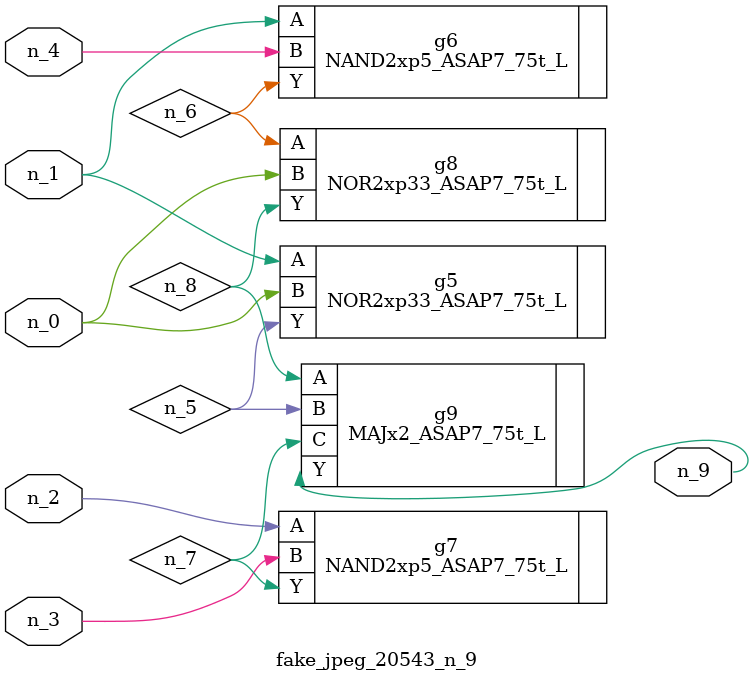
<source format=v>
module fake_jpeg_20543_n_9 (n_3, n_2, n_1, n_0, n_4, n_9);

input n_3;
input n_2;
input n_1;
input n_0;
input n_4;

output n_9;

wire n_8;
wire n_6;
wire n_5;
wire n_7;

NOR2xp33_ASAP7_75t_L g5 ( 
.A(n_1),
.B(n_0),
.Y(n_5)
);

NAND2xp5_ASAP7_75t_L g6 ( 
.A(n_1),
.B(n_4),
.Y(n_6)
);

NAND2xp5_ASAP7_75t_L g7 ( 
.A(n_2),
.B(n_3),
.Y(n_7)
);

NOR2xp33_ASAP7_75t_L g8 ( 
.A(n_6),
.B(n_0),
.Y(n_8)
);

MAJx2_ASAP7_75t_L g9 ( 
.A(n_8),
.B(n_5),
.C(n_7),
.Y(n_9)
);


endmodule
</source>
